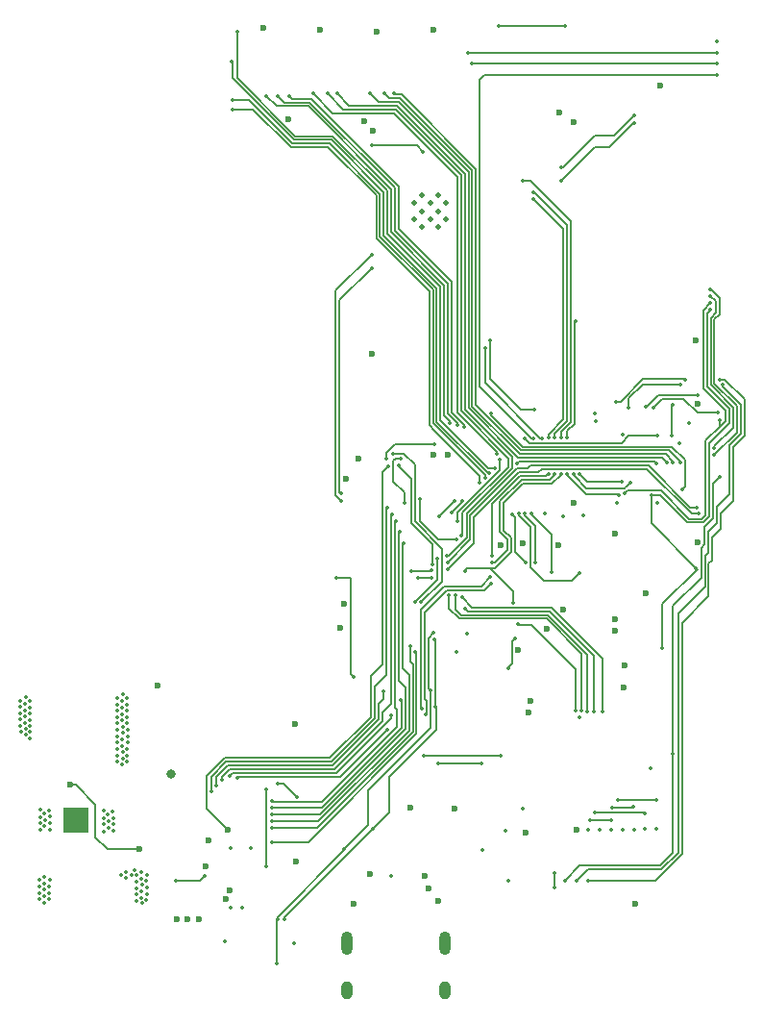
<source format=gbr>
%TF.GenerationSoftware,KiCad,Pcbnew,7.0.5*%
%TF.CreationDate,2023-12-19T13:48:19-08:00*%
%TF.ProjectId,EV11 Board Design,45563131-2042-46f6-9172-642044657369,EV9*%
%TF.SameCoordinates,Original*%
%TF.FileFunction,Copper,L4,Bot*%
%TF.FilePolarity,Positive*%
%FSLAX46Y46*%
G04 Gerber Fmt 4.6, Leading zero omitted, Abs format (unit mm)*
G04 Created by KiCad (PCBNEW 7.0.5) date 2023-12-19 13:48:19*
%MOMM*%
%LPD*%
G01*
G04 APERTURE LIST*
%TA.AperFunction,ComponentPad*%
%ADD10C,0.500000*%
%TD*%
%TA.AperFunction,ComponentPad*%
%ADD11O,1.000000X2.100000*%
%TD*%
%TA.AperFunction,ComponentPad*%
%ADD12O,1.000000X1.600000*%
%TD*%
%TA.AperFunction,ComponentPad*%
%ADD13C,0.600000*%
%TD*%
%TA.AperFunction,SMDPad,CuDef*%
%ADD14R,2.300000X2.300000*%
%TD*%
%TA.AperFunction,ViaPad*%
%ADD15C,0.600000*%
%TD*%
%TA.AperFunction,ViaPad*%
%ADD16C,0.350000*%
%TD*%
%TA.AperFunction,ViaPad*%
%ADD17C,0.800000*%
%TD*%
%TA.AperFunction,Conductor*%
%ADD18C,0.127000*%
%TD*%
%TA.AperFunction,Conductor*%
%ADD19C,0.250000*%
%TD*%
%TA.AperFunction,Conductor*%
%ADD20C,0.200000*%
%TD*%
G04 APERTURE END LIST*
D10*
%TO.P,U11,41*%
%TO.N,N/C*%
X151925000Y-74760000D03*
X151925000Y-76160000D03*
X152625000Y-74060000D03*
X152625000Y-75460000D03*
X152625000Y-76860000D03*
X153325000Y-74760000D03*
X153325000Y-76160000D03*
X154025000Y-74060000D03*
X154025000Y-75460000D03*
X154025000Y-76860000D03*
X154725000Y-74760000D03*
X154725000Y-76160000D03*
%TD*%
D11*
%TO.P,J9,S1,SHIELD*%
%TO.N,unconnected-(J9-SHIELD-PadS1)*%
X145967500Y-139916000D03*
D12*
X145967500Y-144096000D03*
D11*
X154607500Y-139916000D03*
D12*
X154607500Y-144096000D03*
%TD*%
D13*
%TO.P,U7,11,PGND*%
%TO.N,GND*%
X121640000Y-129610000D03*
X122640000Y-129610000D03*
D14*
X122140000Y-129111000D03*
D13*
X122140000Y-129110000D03*
X121640000Y-128610000D03*
X122640000Y-128610000D03*
%TD*%
D15*
%TO.N,+3.3VA*%
X169637500Y-112375000D03*
X163607500Y-112245000D03*
X170487500Y-115435000D03*
X161470000Y-104725500D03*
D16*
%TO.N,+3.3V*%
X165075500Y-102300000D03*
X156610000Y-112670000D03*
D15*
X164716000Y-66806500D03*
D16*
X173352000Y-101175500D03*
X161495000Y-128065000D03*
D15*
X148237000Y-68375000D03*
X161700000Y-130230000D03*
X162137500Y-118575000D03*
X155492500Y-128050000D03*
X148637500Y-59665000D03*
D16*
X166446962Y-120075538D03*
X163400000Y-102100000D03*
X160237500Y-134425000D03*
D15*
X166250000Y-129940000D03*
X138627500Y-59345000D03*
D16*
X167870000Y-93260000D03*
X135727878Y-136838556D03*
X135256250Y-139733750D03*
D15*
X176737000Y-86837500D03*
X143637500Y-59465000D03*
X145768287Y-110070000D03*
X153637500Y-59505000D03*
D16*
X176137500Y-94125000D03*
X166837500Y-102275000D03*
D15*
X145920000Y-99050000D03*
D16*
X169787500Y-101125000D03*
D15*
X153600000Y-96900000D03*
D16*
X136757500Y-136799500D03*
D15*
%TO.N,VBUS*%
X153197500Y-135115000D03*
X133760000Y-130910000D03*
X135280000Y-136025500D03*
D16*
X159987500Y-130025000D03*
D15*
X148060000Y-133860000D03*
D16*
%TO.N,GND*%
X127480000Y-135110000D03*
X119800000Y-129930000D03*
X117260000Y-121330000D03*
X126640000Y-123390000D03*
X119790000Y-128790000D03*
X118043167Y-119154346D03*
X126540000Y-134200000D03*
D15*
X133535000Y-133145000D03*
D16*
X118920000Y-134370000D03*
X119360000Y-135770000D03*
X137550000Y-131510000D03*
X119350000Y-128500000D03*
X126180000Y-118630000D03*
X124550000Y-130080000D03*
X124950000Y-129740000D03*
X167280000Y-129950000D03*
X125390000Y-130030000D03*
X126660000Y-122270000D03*
D15*
X135645000Y-135255000D03*
D16*
X125380000Y-129470000D03*
X127900000Y-135360000D03*
X149921225Y-133974500D03*
D15*
X131970000Y-137850000D03*
D16*
X118060000Y-120790000D03*
X117680000Y-118250000D03*
X124970000Y-129190000D03*
D15*
X169649706Y-111417206D03*
X146617500Y-136495000D03*
X131040000Y-137840000D03*
D16*
X124940000Y-128600000D03*
X125750000Y-120580000D03*
X119350000Y-135200000D03*
D15*
X162027997Y-119574503D03*
X132910000Y-137800000D03*
X151570500Y-127985023D03*
D16*
X126220000Y-118030000D03*
X119320000Y-136370000D03*
X118050000Y-118620000D03*
X119340000Y-134110000D03*
D15*
X169635000Y-103875000D03*
X148200000Y-88010000D03*
X170350000Y-117380000D03*
D16*
X126640000Y-118910000D03*
X125760000Y-118910000D03*
X118920000Y-134920000D03*
X167880000Y-93930000D03*
X117210000Y-120790000D03*
D17*
X130510000Y-125050000D03*
D16*
X126620000Y-120030000D03*
X128350000Y-135040000D03*
X119790000Y-129370000D03*
X117220000Y-119690000D03*
X125760000Y-118380000D03*
X125370000Y-128330000D03*
X126190000Y-119200000D03*
X125780000Y-122270000D03*
X141340000Y-139890000D03*
X126200000Y-121990000D03*
X125770000Y-123940000D03*
X126190000Y-124190000D03*
X119800000Y-134370000D03*
X128320000Y-134460000D03*
X118960000Y-129980000D03*
D15*
X171427500Y-136495000D03*
D16*
X119780000Y-134930000D03*
D15*
X154871898Y-96928102D03*
D16*
X118970000Y-129330000D03*
X170270000Y-95130000D03*
D15*
X140800000Y-67387500D03*
D16*
X125760000Y-119470000D03*
X157900000Y-131690000D03*
D15*
X141500000Y-132700000D03*
D16*
X126200000Y-119740000D03*
X117660000Y-120510000D03*
X126550000Y-133630000D03*
D15*
X164600000Y-104900000D03*
D16*
X172750000Y-124550000D03*
X127480000Y-135640000D03*
X135772500Y-131540000D03*
D15*
X176910000Y-104590000D03*
D16*
X126120000Y-133950000D03*
X126640000Y-122840000D03*
D15*
X145360000Y-112190000D03*
D16*
X118080000Y-119700000D03*
X117640000Y-118850000D03*
X126220000Y-123100000D03*
X127470000Y-134500000D03*
X178600000Y-60500000D03*
D15*
X159500000Y-104900000D03*
D16*
X155680000Y-114300000D03*
X118980000Y-128800000D03*
X125760000Y-123390000D03*
X126660000Y-121130000D03*
X126200000Y-120290000D03*
X126660000Y-121720000D03*
X127480000Y-136200000D03*
X125380000Y-128890000D03*
X127470000Y-133940000D03*
X127900000Y-134230000D03*
X125780000Y-121740000D03*
X127890000Y-133660000D03*
X127930000Y-136410000D03*
X127270181Y-133509622D03*
X117660000Y-119960000D03*
X117220000Y-118600000D03*
D15*
X165938378Y-101141541D03*
D16*
X125760000Y-121130000D03*
X127910000Y-135930000D03*
X124550000Y-128280000D03*
X126240000Y-121390000D03*
X125780000Y-122830000D03*
X118900000Y-136040000D03*
X119780000Y-128230000D03*
D15*
X165986000Y-67599500D03*
X147020000Y-97240000D03*
D16*
X117650000Y-119420000D03*
X124570000Y-128900000D03*
X126640000Y-118360000D03*
X119780000Y-135490000D03*
X119360000Y-129640000D03*
D15*
X147500000Y-67500000D03*
X154037500Y-136245000D03*
D16*
X126210000Y-122560000D03*
D15*
X161087500Y-114095000D03*
D16*
X126620000Y-119480000D03*
X117200000Y-120240000D03*
X127940000Y-134760000D03*
X118080000Y-120250000D03*
X128330000Y-136160000D03*
X118900000Y-135490000D03*
X126220000Y-120840000D03*
D15*
X141400000Y-120660000D03*
D16*
X125740000Y-120030000D03*
X128350000Y-135590000D03*
X118060000Y-121330000D03*
X175288000Y-95875000D03*
D15*
X176887000Y-92448000D03*
D16*
X119340000Y-134660000D03*
X126220000Y-123650000D03*
X118070000Y-121880000D03*
X119380000Y-129090000D03*
D15*
X172291250Y-109071250D03*
D16*
X117670000Y-121580000D03*
D15*
X152887500Y-134038000D03*
D16*
X118960000Y-128180000D03*
D15*
X165077500Y-110575000D03*
D16*
X117220000Y-119130000D03*
X126620000Y-123930000D03*
X117680000Y-121060000D03*
X128340000Y-133890000D03*
X119780000Y-136020000D03*
X124560000Y-129430000D03*
X126600000Y-120570000D03*
X127000000Y-133930000D03*
%TO.N,/UI_SDA*%
X139898537Y-137799296D03*
X153610000Y-112624500D03*
X145760000Y-131620000D03*
X153327000Y-117631830D03*
X139820000Y-141730000D03*
%TO.N,/UI_SCL*%
X140448035Y-137801426D03*
X148270000Y-129830000D03*
X153765000Y-119130000D03*
X153679500Y-113180000D03*
%TO.N,/MCLK*%
X166098551Y-119450538D03*
X161029141Y-111844115D03*
X164831735Y-98611500D03*
X173352000Y-95242000D03*
X160661571Y-109931547D03*
X156390000Y-107130000D03*
X161641014Y-95458986D03*
%TO.N,/MGMT_BOOT*%
X178010667Y-83563701D03*
X174730000Y-123240000D03*
X170490000Y-100288588D03*
X178871587Y-98879576D03*
X165220000Y-134400000D03*
X178872000Y-93860000D03*
%TO.N,/MGMT_NRST*%
X172787500Y-100500500D03*
X173758000Y-113970000D03*
X176762000Y-106939221D03*
X164260000Y-133770000D03*
X178016897Y-84176897D03*
X164247500Y-135035000D03*
X159382000Y-59174000D03*
X165224000Y-59174000D03*
%TO.N,/IN_3*%
X161671087Y-102118665D03*
X135862000Y-62300000D03*
X158557574Y-98553002D03*
X162600000Y-106370000D03*
%TO.N,/NET_RST*%
X164830735Y-95386155D03*
X161502000Y-72780000D03*
X148220000Y-69680000D03*
X152715713Y-70215713D03*
%TO.N,/UI_RST*%
X164282232Y-98611500D03*
X158800000Y-106400000D03*
%TO.N,/MIC_P*%
X160572349Y-102141084D03*
X160200000Y-115700000D03*
X161700000Y-106370000D03*
X135900000Y-66500000D03*
X157700000Y-99390000D03*
X160788620Y-113088620D03*
%TO.N,/LEDA_R*%
X174156692Y-97590822D03*
X148013000Y-65100000D03*
%TO.N,/DISP_BL*%
X150528713Y-97889287D03*
X153494000Y-106535401D03*
X169832000Y-127280000D03*
X173260000Y-127320000D03*
X173270000Y-129850000D03*
%TO.N,/DISP_RSTR*%
X172270000Y-129890000D03*
X167822000Y-128430000D03*
X172250000Y-128460000D03*
%TO.N,/LEDA_G*%
X174706194Y-97589729D03*
X149262000Y-65100000D03*
%TO.N,/BATTERY_MON*%
X130890000Y-134440000D03*
X138860000Y-133150000D03*
X133454477Y-134004477D03*
X138870000Y-126380000D03*
%TO.N,/LEDA_B*%
X150100000Y-65100000D03*
X175331261Y-97595369D03*
%TO.N,/KB_COL3*%
X149559500Y-121104643D03*
X152889000Y-119800000D03*
X158669821Y-108279606D03*
X136300000Y-125365000D03*
%TO.N,/KB_COL4*%
X158640000Y-107690000D03*
X152562000Y-119259001D03*
%TO.N,/DISP_DC*%
X169380000Y-127992000D03*
X171270000Y-129910000D03*
X171210000Y-127950000D03*
%TO.N,/DISP_CS*%
X150717552Y-97258000D03*
X170270000Y-129930000D03*
X151070993Y-101179806D03*
%TO.N,/DISP_SPI_SCK*%
X169270000Y-129080000D03*
X167380000Y-129070000D03*
X169260000Y-129930000D03*
%TO.N,/DISP_SPI_MOSI*%
X168260000Y-129920000D03*
%TO.N,/KB_MIC*%
X149642000Y-97942056D03*
D15*
X135489500Y-129976409D03*
D16*
%TO.N,/KB_ROW5*%
X139370000Y-129196376D03*
X150995000Y-104750000D03*
%TO.N,/KB_ROW1*%
X134068500Y-126520000D03*
X149580000Y-101568500D03*
%TO.N,/KB_ROW2*%
X134958357Y-125520403D03*
X149982500Y-102190000D03*
%TO.N,/KB_ROW3*%
X150309500Y-102802327D03*
X139392170Y-127417900D03*
%TO.N,/KB_ROW4*%
X150668000Y-103690000D03*
X139357658Y-128557659D03*
%TO.N,/KB_ROW6*%
X151580000Y-113790000D03*
X139381599Y-129745756D03*
%TO.N,/KB_ROW7*%
X152022000Y-114280000D03*
X139410000Y-131030000D03*
%TO.N,/LEDB_R*%
X158725963Y-93294037D03*
X155077969Y-94122031D03*
X175513000Y-99975500D03*
X138900000Y-65300000D03*
%TO.N,/LEDB_G*%
X155709193Y-94290807D03*
X139900000Y-65300000D03*
%TO.N,/LEDB_B*%
X156340417Y-94459583D03*
X140900000Y-65300000D03*
%TO.N,/HP_R*%
X166440000Y-107330000D03*
X135900000Y-65700000D03*
X158151913Y-98958661D03*
X161121624Y-102125270D03*
%TO.N,/HP_L*%
X158995574Y-98115000D03*
X162220587Y-102120504D03*
X164000000Y-107280000D03*
X136300000Y-59700000D03*
%TO.N,/KB_COL5*%
X150704500Y-118500000D03*
X139386802Y-127967376D03*
%TO.N,/KB_COL2*%
X149879287Y-119841287D03*
X135639579Y-125209580D03*
%TO.N,/BTN_RST*%
X169910000Y-100460000D03*
X165381153Y-98619980D03*
X162411521Y-95446854D03*
X178600000Y-63500000D03*
%TO.N,/BTN_UI*%
X166490792Y-98611500D03*
X170220000Y-99295000D03*
X178600000Y-62500000D03*
X157026000Y-62500000D03*
X162428390Y-73842547D03*
X164281530Y-95404228D03*
%TO.N,/BTN_NET*%
X165930655Y-98620082D03*
X163732378Y-95423844D03*
X170932213Y-99387787D03*
X178600000Y-61500000D03*
X156638000Y-61500000D03*
X162430865Y-74392044D03*
%TO.N,/KB_COL1*%
X149230000Y-117760000D03*
X134500000Y-126080000D03*
D15*
%TO.N,Net-(J5-Pin_1)*%
X121640000Y-125940000D03*
X173590000Y-64430000D03*
X129320000Y-117270000D03*
X127680500Y-131640000D03*
D16*
%TO.N,Net-(U1-PA12)*%
X139882839Y-125887400D03*
X145040000Y-107720000D03*
X141590000Y-127038000D03*
X146561580Y-116444229D03*
%TO.N,/UI_STAT*%
X173280192Y-97650000D03*
X160965000Y-97690000D03*
X155745287Y-102805287D03*
X159456547Y-97337121D03*
%TO.N,/UI_BOOT*%
X152541919Y-109905499D03*
X150090000Y-96820000D03*
X158152000Y-87530000D03*
X163183619Y-95446500D03*
%TO.N,/UI_LED_B*%
X151992417Y-109905988D03*
X145100000Y-65100000D03*
X153932000Y-106080000D03*
X154808861Y-105833361D03*
%TO.N,/NET_STAT*%
X174725500Y-92515962D03*
X158600000Y-86880000D03*
X162520000Y-92920000D03*
X174622000Y-95242000D03*
%TO.N,/UI_LED_G*%
X156100000Y-104050000D03*
X144262000Y-65120000D03*
%TO.N,/UI_TX1_MGMT*%
X153477610Y-107730872D03*
X154845500Y-107034396D03*
X152237350Y-107721367D03*
X177010000Y-102120000D03*
%TO.N,/UI_RX1_MGMT*%
X153478110Y-107084656D03*
X176780000Y-101550000D03*
X154845500Y-106415607D03*
X151690287Y-107199713D03*
%TO.N,/NET_BOOT*%
X166143500Y-85150000D03*
X165380000Y-95370000D03*
%TO.N,/UI_LED_R*%
X159196641Y-96853359D03*
X158800000Y-105800000D03*
X143013000Y-65120000D03*
X163732729Y-98611500D03*
%TO.N,/MGMT_SWDIO*%
X175390000Y-90700000D03*
X179111171Y-90764400D03*
X170807500Y-92787000D03*
X166237500Y-134405000D03*
%TO.N,/MGMT_SWCLK*%
X175823751Y-90342000D03*
X178809000Y-90305620D03*
X167267500Y-134405000D03*
X169700000Y-92230500D03*
%TO.N,/I2S_DACLRC*%
X155578859Y-109295000D03*
X167192939Y-119538388D03*
X155662000Y-104400500D03*
X152413000Y-100852306D03*
%TO.N,/BOOT1*%
X153662000Y-96000000D03*
X149430000Y-97270000D03*
%TO.N,/I2S_BCLK*%
X154959979Y-109295000D03*
X166647709Y-119469995D03*
%TO.N,/I2S_ADCDAT*%
X168527500Y-119515000D03*
X156120000Y-109490000D03*
%TO.N,/I2S_DACDAT*%
X167741086Y-119499818D03*
X156399308Y-110443192D03*
%TO.N,/USB_TX1_MGMT*%
X152762500Y-123460000D03*
X172336000Y-92702000D03*
X176908000Y-91686000D03*
X159527500Y-123417000D03*
%TO.N,/USB_RX1_MGMT*%
X178683000Y-93210000D03*
X154040000Y-124090000D03*
X172972781Y-92789278D03*
X157820147Y-124091853D03*
%TO.N,/UI_TX2_NET*%
X155190000Y-102000000D03*
X148160000Y-80470000D03*
X156150287Y-100960287D03*
X145455697Y-100336271D03*
%TO.N,/NET_TX1_MGMT*%
X178367156Y-96290000D03*
X171300140Y-66995087D03*
X178012471Y-82942471D03*
X164890000Y-71610000D03*
%TO.N,/NET_RX1_MGMT*%
X177955000Y-82340000D03*
X164900000Y-72800000D03*
X178367156Y-96929354D03*
X171320000Y-67680000D03*
%TO.N,/UI_RX2_NET*%
X148190000Y-79300000D03*
X145450000Y-100950000D03*
X155509403Y-100944932D03*
X154128152Y-102321848D03*
%TD*%
D18*
%TO.N,/UI_SDA*%
X153164000Y-117468830D02*
X153164000Y-113070500D01*
X145760000Y-131751118D02*
X139898537Y-137612581D01*
X147831500Y-126438500D02*
X153327000Y-120943000D01*
X153327000Y-120943000D02*
X153327000Y-117631830D01*
X145760000Y-131620000D02*
X145760000Y-131751118D01*
X147831500Y-129548500D02*
X147831500Y-126438500D01*
X139820000Y-137877833D02*
X139898537Y-137799296D01*
X139820000Y-141730000D02*
X139820000Y-137877833D01*
X145760000Y-131620000D02*
X147831500Y-129548500D01*
X153164000Y-113070500D02*
X153610000Y-112624500D01*
X139898537Y-137612581D02*
X139898537Y-137799296D01*
X153327000Y-117631830D02*
X153164000Y-117468830D01*
%TO.N,/UI_SCL*%
X148270000Y-129830000D02*
X148270000Y-129859983D01*
X153876000Y-119241000D02*
X153765000Y-119130000D01*
X148270000Y-129859983D02*
X140448035Y-137681948D01*
X153679500Y-113180000D02*
X153765000Y-113265500D01*
X149699500Y-125283075D02*
X153876000Y-121106576D01*
X153765000Y-113265500D02*
X153765000Y-119130000D01*
X149699500Y-128220500D02*
X149699500Y-125283075D01*
X140448035Y-137681948D02*
X140448035Y-137801426D01*
X148270000Y-129830000D02*
X149700000Y-128400000D01*
X149700000Y-128221000D02*
X149699500Y-128220500D01*
X153876000Y-121106576D02*
X153876000Y-119241000D01*
X149700000Y-128400000D02*
X149700000Y-128221000D01*
%TO.N,/MCLK*%
X158589500Y-106909500D02*
X158283000Y-106909500D01*
X159807000Y-103594552D02*
X160427000Y-104214552D01*
X162204995Y-111900047D02*
X166098551Y-115793603D01*
X161641014Y-95458986D02*
X162066528Y-95884500D01*
X170169500Y-95884500D02*
X170812000Y-95242000D01*
X164831735Y-98611500D02*
X164831735Y-98682130D01*
X156610500Y-106909500D02*
X158283000Y-106909500D01*
X160427000Y-104214552D02*
X160427000Y-105475500D01*
X166098551Y-115793603D02*
X166098551Y-119450538D01*
X159807000Y-101160136D02*
X159807000Y-103594552D01*
X161509136Y-99458000D02*
X159807000Y-101160136D01*
X160661571Y-109931547D02*
X160661571Y-108981571D01*
X164055865Y-99458000D02*
X161509136Y-99458000D01*
X160661571Y-108981571D02*
X158589500Y-106909500D01*
X158993000Y-106909500D02*
X158283000Y-106909500D01*
X156390000Y-107130000D02*
X156610500Y-106909500D01*
X170812000Y-95242000D02*
X173352000Y-95242000D01*
X162066528Y-95884500D02*
X170169500Y-95884500D01*
X164831735Y-98682130D02*
X164055865Y-99458000D01*
X160427000Y-105475500D02*
X158993000Y-106909500D01*
X161029141Y-111844115D02*
X161085073Y-111900047D01*
X161085073Y-111900047D02*
X162204995Y-111900047D01*
%TO.N,/MGMT_BOOT*%
X177470000Y-104353090D02*
X177470000Y-103284896D01*
X177473500Y-104823410D02*
X177473500Y-104356590D01*
X177200500Y-107749500D02*
X177200500Y-105096410D01*
X178256156Y-99495007D02*
X178871587Y-98879576D01*
X174730000Y-123240000D02*
X174720000Y-123230000D01*
X174730000Y-131947344D02*
X174730000Y-123240000D01*
X179365000Y-93918350D02*
X178881675Y-94401675D01*
X177602156Y-102227844D02*
X177602156Y-95681194D01*
X165220000Y-134400000D02*
X166514000Y-133106000D01*
X174720000Y-110230000D02*
X177200500Y-107749500D01*
X178256156Y-102498740D02*
X178256156Y-99495007D01*
X178010667Y-83563701D02*
X177389500Y-84184868D01*
X170718588Y-100060000D02*
X173636187Y-100060000D01*
X177602156Y-95681194D02*
X178881675Y-94401675D01*
X176134687Y-102558500D02*
X177271500Y-102558500D01*
X178872000Y-93860000D02*
X178872000Y-94392000D01*
X178872000Y-94392000D02*
X178881675Y-94401675D01*
X177271500Y-102558500D02*
X177602156Y-102227844D01*
X177389500Y-84184868D02*
X177389500Y-91049500D01*
X173571344Y-133106000D02*
X174730000Y-131947344D01*
X170490000Y-100288588D02*
X170718588Y-100060000D01*
X177389500Y-91049500D02*
X179365000Y-93025000D01*
X173636187Y-100060000D02*
X176134687Y-102558500D01*
X177470000Y-103284896D02*
X178256156Y-102498740D01*
X174720000Y-123230000D02*
X174720000Y-110230000D01*
X166514000Y-133106000D02*
X173571344Y-133106000D01*
X177200500Y-105096410D02*
X177473500Y-104823410D01*
X177473500Y-104356590D02*
X177470000Y-104353090D01*
X179365000Y-93025000D02*
X179365000Y-93918350D01*
%TO.N,/MGMT_NRST*%
X165224000Y-59174000D02*
X159382000Y-59174000D01*
X178020000Y-84180000D02*
X177722705Y-84477295D01*
X177716500Y-84477295D02*
X177716500Y-90914052D01*
X176582230Y-106759451D02*
X172787500Y-102964721D01*
X164260000Y-133770000D02*
X164247500Y-133782500D01*
X176582230Y-106759451D02*
X176762000Y-106939221D01*
X172787500Y-102964721D02*
X172787500Y-100500500D01*
X173758000Y-113970000D02*
X173758000Y-110082000D01*
X164247500Y-133782500D02*
X164247500Y-135035000D01*
X179692000Y-92889552D02*
X179692000Y-94168000D01*
X177406948Y-102885500D02*
X175999239Y-102885500D01*
X173758000Y-110082000D02*
X176860000Y-106980000D01*
X177716500Y-90914052D02*
X179692000Y-92889552D01*
D19*
X176762000Y-106939221D02*
X176762000Y-106888000D01*
D18*
X177929156Y-95930844D02*
X177929156Y-102363292D01*
X177722705Y-84477295D02*
X177716500Y-84477295D01*
X177929156Y-102363292D02*
X177406948Y-102885500D01*
X175999239Y-102885500D02*
X173614239Y-100500500D01*
X178016897Y-84176897D02*
X178020000Y-84180000D01*
X179692000Y-94168000D02*
X177929156Y-95930844D01*
X173614239Y-100500500D02*
X172787500Y-100500500D01*
%TO.N,/IN_3*%
X162590000Y-103150133D02*
X162590000Y-106360000D01*
X135900000Y-63762448D02*
X135900000Y-62338000D01*
X162590000Y-106360000D02*
X162600000Y-106370000D01*
X161671087Y-102231220D02*
X162590000Y-103150133D01*
X161671087Y-102118665D02*
X161671087Y-102231220D01*
X144607314Y-69184239D02*
X141321791Y-69184239D01*
X158426359Y-98553002D02*
X153903000Y-94029643D01*
X141321791Y-69184239D02*
X135900000Y-63762448D01*
X135900000Y-62338000D02*
X135862000Y-62300000D01*
X153903000Y-94029643D02*
X153903000Y-82252792D01*
X149226000Y-73802925D02*
X144607314Y-69184239D01*
X153903000Y-82252792D02*
X149226000Y-77575792D01*
X149226000Y-77575792D02*
X149226000Y-73802925D01*
X158557574Y-98553002D02*
X158426359Y-98553002D01*
%TO.N,/NET_RST*%
X165705500Y-76315500D02*
X162180000Y-72790000D01*
X164830735Y-94931713D02*
X165705500Y-94056948D01*
X152140000Y-69640000D02*
X152715713Y-70215713D01*
X161512000Y-72790000D02*
X161502000Y-72780000D01*
X162180000Y-72790000D02*
X161512000Y-72790000D01*
X148220000Y-69680000D02*
X148260000Y-69640000D01*
X165705500Y-94056948D02*
X165705500Y-76315500D01*
X148260000Y-69640000D02*
X152140000Y-69640000D01*
X164830735Y-95386155D02*
X164830735Y-94931713D01*
%TO.N,/UI_RST*%
X164282232Y-98611500D02*
X164282232Y-98682130D01*
X160100000Y-105340052D02*
X159040052Y-106400000D01*
X163833362Y-99131000D02*
X161373688Y-99131000D01*
X159480000Y-103730000D02*
X160100000Y-104350000D01*
X160100000Y-104350000D02*
X160100000Y-105340052D01*
X159480000Y-101024688D02*
X159480000Y-103730000D01*
X161373688Y-99131000D02*
X159480000Y-101024688D01*
X159040052Y-106400000D02*
X158800000Y-106400000D01*
X164282232Y-98682130D02*
X163833362Y-99131000D01*
%TO.N,/MIC_P*%
X157700000Y-99390000D02*
X157714332Y-99375668D01*
X153249000Y-94300539D02*
X153724231Y-94775769D01*
X137712656Y-66500000D02*
X141050895Y-69838239D01*
X161700000Y-106370000D02*
X160780000Y-105450000D01*
X153249000Y-84200000D02*
X153249000Y-94300539D01*
X153249000Y-82523688D02*
X153249000Y-84200000D01*
X135900000Y-66500000D02*
X137712656Y-66500000D01*
X160780000Y-105450000D02*
X160780000Y-102403779D01*
X157714332Y-98765870D02*
X153724231Y-94775769D01*
X160572349Y-102196128D02*
X160572349Y-102141084D01*
X153724231Y-94775769D02*
X153769961Y-94821500D01*
X148572000Y-77846688D02*
X153249000Y-82523688D01*
X160200000Y-115600000D02*
X160200000Y-115700000D01*
X157714332Y-99375668D02*
X157714332Y-98765870D01*
X160524000Y-113353240D02*
X160524000Y-115276000D01*
X160780000Y-102403779D02*
X160572349Y-102196128D01*
X160788620Y-113088620D02*
X160524000Y-113353240D01*
X160524000Y-115276000D02*
X160200000Y-115600000D01*
X144336418Y-69838239D02*
X148572000Y-74073821D01*
X148572000Y-74073821D02*
X148572000Y-77846688D01*
X141050895Y-69838239D02*
X144336418Y-69838239D01*
%TO.N,/LEDA_R*%
X150540604Y-65865500D02*
X148778500Y-65865500D01*
X174156692Y-97590822D02*
X174156692Y-97556692D01*
X161080104Y-97192500D02*
X156699000Y-92811396D01*
X174156692Y-97556692D02*
X173792500Y-97192500D01*
X156699000Y-92811396D02*
X156699000Y-72023896D01*
X156699000Y-72023896D02*
X150540604Y-65865500D01*
X148778500Y-65865500D02*
X148013000Y-65100000D01*
X173792500Y-97192500D02*
X161080104Y-97192500D01*
%TO.N,/DISP_BL*%
X150528713Y-97889287D02*
X150528713Y-97908713D01*
X150528713Y-97908713D02*
X151638520Y-99018520D01*
X151638520Y-99018520D02*
X151638520Y-102938520D01*
X153494000Y-104794000D02*
X153494000Y-106535401D01*
X151638520Y-102938520D02*
X153494000Y-104794000D01*
X169832000Y-127280000D02*
X173220000Y-127280000D01*
X173220000Y-127280000D02*
X173260000Y-127320000D01*
%TO.N,/DISP_RSTR*%
X167822000Y-128430000D02*
X172220000Y-128430000D01*
X172220000Y-128430000D02*
X172250000Y-128460000D01*
%TO.N,/LEDA_G*%
X157026000Y-71888448D02*
X150676052Y-65538500D01*
X174706194Y-97506194D02*
X174065500Y-96865500D01*
X150676052Y-65538500D02*
X149700500Y-65538500D01*
X161215552Y-96865500D02*
X157026000Y-92675948D01*
X174706194Y-97589729D02*
X174706194Y-97506194D01*
X157026000Y-92675948D02*
X157026000Y-71888448D01*
X149700500Y-65538500D02*
X149262000Y-65100000D01*
X174065500Y-96865500D02*
X161215552Y-96865500D01*
D20*
%TO.N,/BATTERY_MON*%
X133018954Y-134440000D02*
X133454477Y-134004477D01*
X130890000Y-134440000D02*
X133018954Y-134440000D01*
D18*
X138860000Y-133150000D02*
X138870000Y-133140000D01*
X138870000Y-133140000D02*
X138870000Y-126380000D01*
%TO.N,/LEDA_B*%
X157353000Y-71753000D02*
X150811500Y-65211500D01*
X150211500Y-65211500D02*
X150100000Y-65100000D01*
X150811500Y-65211500D02*
X150211500Y-65211500D01*
X157353000Y-92540500D02*
X157353000Y-71753000D01*
X174338500Y-96538500D02*
X161351000Y-96538500D01*
X175331261Y-97531261D02*
X174338500Y-96538500D01*
X175331261Y-97595369D02*
X175331261Y-97531261D01*
X161351000Y-96538500D02*
X157353000Y-92540500D01*
%TO.N,/KB_COL3*%
X152837000Y-118454433D02*
X153000000Y-118617433D01*
X158092927Y-108856500D02*
X154778346Y-108856500D01*
X149525357Y-121104643D02*
X149559500Y-121104643D01*
X153000000Y-118617433D02*
X153000000Y-119689000D01*
X154778346Y-108856500D02*
X152837000Y-110797846D01*
X152837000Y-110797846D02*
X152837000Y-118454433D01*
X153000000Y-119689000D02*
X152889000Y-119800000D01*
X158669821Y-108279606D02*
X158092927Y-108856500D01*
X136411000Y-125254000D02*
X145376000Y-125254000D01*
X136300000Y-125365000D02*
X136411000Y-125254000D01*
X145376000Y-125254000D02*
X149525357Y-121104643D01*
%TO.N,/KB_COL4*%
X152510000Y-119207001D02*
X152562000Y-119259001D01*
X152510000Y-110556844D02*
X152510000Y-119207001D01*
X154546844Y-108520000D02*
X152510000Y-110556844D01*
X157810000Y-108520000D02*
X154546844Y-108520000D01*
X158640000Y-107690000D02*
X157810000Y-108520000D01*
%TO.N,/DISP_DC*%
X169380000Y-127992000D02*
X171168000Y-127992000D01*
X171168000Y-127992000D02*
X171210000Y-127950000D01*
%TO.N,/DISP_CS*%
X150282000Y-97258000D02*
X150080000Y-97460000D01*
X150717552Y-97258000D02*
X150282000Y-97258000D01*
X151070993Y-100240993D02*
X151070993Y-101179806D01*
X150080000Y-99250000D02*
X151070993Y-100240993D01*
X150080000Y-97460000D02*
X150080000Y-99250000D01*
%TO.N,/DISP_SPI_SCK*%
X167380000Y-129070000D02*
X169260000Y-129070000D01*
X169260000Y-129070000D02*
X169270000Y-129080000D01*
%TO.N,/KB_MIC*%
X133630500Y-128117409D02*
X135489500Y-129976409D01*
X149141500Y-115378500D02*
X148098578Y-116421422D01*
X149642000Y-97942056D02*
X149141500Y-98442556D01*
X144482857Y-123619000D02*
X135223389Y-123619000D01*
X135223389Y-123619000D02*
X133630500Y-125211889D01*
X133630500Y-125211889D02*
X133630500Y-128117409D01*
X149141500Y-98442556D02*
X149141500Y-115378500D01*
X148098578Y-120003279D02*
X144482857Y-123619000D01*
X148098578Y-116421422D02*
X148098578Y-120003279D01*
%TO.N,/KB_ROW5*%
X151469500Y-121200836D02*
X143473960Y-129196376D01*
X150930000Y-104815000D02*
X150930000Y-115750000D01*
X150995000Y-104750000D02*
X150930000Y-104815000D01*
X150930000Y-115750000D02*
X151469500Y-116289500D01*
X151469500Y-116289500D02*
X151469500Y-121200836D01*
X143473960Y-129196376D02*
X139370000Y-129196376D01*
%TO.N,/KB_ROW1*%
X135358837Y-123946000D02*
X144618305Y-123946000D01*
X149500000Y-116290000D02*
X149500000Y-101648500D01*
X148425578Y-117364422D02*
X149500000Y-116290000D01*
X144618305Y-123946000D02*
X148425578Y-120138727D01*
X134053360Y-126504860D02*
X134053360Y-125251477D01*
X149500000Y-101648500D02*
X149580000Y-101568500D01*
X134068500Y-126520000D02*
X134053360Y-126504860D01*
X134053360Y-125251477D02*
X135358837Y-123946000D01*
X148425578Y-120138727D02*
X148425578Y-117364422D01*
%TO.N,/KB_ROW2*%
X149871500Y-118828500D02*
X149871500Y-102301000D01*
X149121500Y-119578500D02*
X149871500Y-118828500D01*
X134958357Y-125520403D02*
X134958357Y-125271376D01*
X149121500Y-120367701D02*
X149121500Y-119578500D01*
X144889201Y-124600000D02*
X149121500Y-120367701D01*
X149871500Y-102301000D02*
X149982500Y-102190000D01*
X134958357Y-125271376D02*
X135629733Y-124600000D01*
X135629733Y-124600000D02*
X144889201Y-124600000D01*
%TO.N,/KB_ROW3*%
X139464270Y-127490000D02*
X139392170Y-127417900D01*
X150230000Y-119150000D02*
X150400000Y-119320000D01*
X150400000Y-120882992D02*
X143792992Y-127490000D01*
X150309500Y-102802327D02*
X150230000Y-102881827D01*
X150230000Y-102881827D02*
X150230000Y-119150000D01*
X150400000Y-119320000D02*
X150400000Y-120882992D01*
X143792992Y-127490000D02*
X139464270Y-127490000D01*
%TO.N,/KB_ROW4*%
X143650229Y-128557659D02*
X139357658Y-128557659D01*
X150668000Y-103690000D02*
X150557000Y-103801000D01*
X151142500Y-121065388D02*
X143650229Y-128557659D01*
X151142500Y-117442500D02*
X151142500Y-121065388D01*
X150557000Y-103801000D02*
X150557000Y-116857000D01*
X150557000Y-116857000D02*
X151142500Y-117442500D01*
%TO.N,/KB_ROW6*%
X151580000Y-114094867D02*
X151583500Y-114098367D01*
X151796500Y-121336284D02*
X143372784Y-129760000D01*
X151583500Y-115143500D02*
X151796500Y-115356500D01*
X151796500Y-115356500D02*
X151796500Y-121336284D01*
X151580000Y-113790000D02*
X151580000Y-114094867D01*
X143372784Y-129760000D02*
X139395843Y-129760000D01*
X151583500Y-114098367D02*
X151583500Y-115143500D01*
X139395843Y-129760000D02*
X139381599Y-129745756D01*
%TO.N,/KB_ROW7*%
X139410000Y-131030000D02*
X142565232Y-131030000D01*
X152123500Y-114381500D02*
X152022000Y-114280000D01*
X142565232Y-131030000D02*
X152123500Y-121471732D01*
X152123500Y-121471732D02*
X152123500Y-114381500D01*
%TO.N,/LEDB_R*%
X155077969Y-93965053D02*
X154557000Y-93444084D01*
X149880000Y-73532029D02*
X142574971Y-66227000D01*
X174614000Y-96211500D02*
X175769261Y-97366761D01*
X158725963Y-93451015D02*
X161486448Y-96211500D01*
X139827000Y-66227000D02*
X138900000Y-65300000D01*
X175769261Y-99719239D02*
X175513000Y-99975500D01*
X161486448Y-96211500D02*
X174614000Y-96211500D01*
X154557000Y-93444084D02*
X154557000Y-81981896D01*
X154557000Y-81981896D02*
X149880000Y-77304896D01*
X158725963Y-93294037D02*
X158725963Y-93451015D01*
X175769261Y-97366761D02*
X175769261Y-99719239D01*
X155077969Y-94122031D02*
X155077969Y-93965053D01*
X142574971Y-66227000D02*
X139827000Y-66227000D01*
X149880000Y-77304896D02*
X149880000Y-73532029D01*
%TO.N,/LEDB_G*%
X150207000Y-73396581D02*
X142710419Y-65900000D01*
X142710419Y-65900000D02*
X140500000Y-65900000D01*
X154884000Y-81846448D02*
X150207000Y-77169448D01*
X155709193Y-94133829D02*
X154884000Y-93308636D01*
X140500000Y-65900000D02*
X139900000Y-65300000D01*
X154884000Y-93308636D02*
X154884000Y-81846448D01*
X150207000Y-77169448D02*
X150207000Y-73396581D01*
X155709193Y-94290807D02*
X155709193Y-94133829D01*
%TO.N,/LEDB_B*%
X150534000Y-73261133D02*
X142845867Y-65573000D01*
X156340417Y-94459583D02*
X156340417Y-94302605D01*
X142845867Y-65573000D02*
X141173000Y-65573000D01*
X156340417Y-94302605D02*
X155211000Y-93173188D01*
X141173000Y-65573000D02*
X140900000Y-65300000D01*
X155211000Y-93173188D02*
X155211000Y-81711000D01*
X150534000Y-77034000D02*
X150534000Y-73261133D01*
X155211000Y-81711000D02*
X150534000Y-77034000D01*
%TO.N,/HP_R*%
X166450000Y-107320000D02*
X166440000Y-107330000D01*
X137375104Y-65700000D02*
X135900000Y-65700000D01*
X158151913Y-98741004D02*
X153576000Y-94165091D01*
X162161500Y-106821500D02*
X163320000Y-107980000D01*
X158151913Y-98958661D02*
X158151913Y-98741004D01*
X153576000Y-94165091D02*
X153576000Y-82388240D01*
X165810000Y-107980000D02*
X166470000Y-107320000D01*
X166470000Y-107320000D02*
X166450000Y-107320000D01*
X153576000Y-82388240D02*
X148899000Y-77711240D01*
X148899000Y-77711240D02*
X148899000Y-73938373D01*
X148899000Y-73938373D02*
X144471866Y-69511239D01*
X162161500Y-103260257D02*
X162161500Y-106821500D01*
X141186343Y-69511239D02*
X137375104Y-65700000D01*
X161121624Y-102125270D02*
X161121624Y-102220381D01*
X144471866Y-69511239D02*
X141186343Y-69511239D01*
X163320000Y-107980000D02*
X165810000Y-107980000D01*
X161121624Y-102220381D02*
X162161500Y-103260257D01*
%TO.N,/HP_L*%
X149553000Y-77440344D02*
X149553000Y-73667477D01*
X154230000Y-93894195D02*
X154230000Y-82117344D01*
X144742762Y-68857239D02*
X141457239Y-68857239D01*
X162262000Y-102161917D02*
X162262000Y-102192000D01*
X158995574Y-98115000D02*
X158450805Y-98115000D01*
X136300000Y-63700000D02*
X136300000Y-59700000D01*
X149553000Y-73667477D02*
X144742762Y-68857239D01*
X164000000Y-103930000D02*
X164000000Y-107280000D01*
X154230000Y-82117344D02*
X149553000Y-77440344D01*
X162220587Y-102120504D02*
X162262000Y-102161917D01*
X158450805Y-98115000D02*
X154230000Y-93894195D01*
X141457239Y-68857239D02*
X136300000Y-63700000D01*
X162262000Y-102192000D02*
X164000000Y-103930000D01*
%TO.N,/KB_COL5*%
X139389426Y-127970000D02*
X139386802Y-127967376D01*
X143775440Y-127970000D02*
X139389426Y-127970000D01*
X150704500Y-118500000D02*
X150815500Y-118611000D01*
X150815500Y-120929940D02*
X143775440Y-127970000D01*
X150815500Y-118611000D02*
X150815500Y-120929940D01*
%TO.N,/KB_COL2*%
X149879287Y-120140713D02*
X149879287Y-119841287D01*
X135922159Y-124927000D02*
X145093000Y-124927000D01*
X135639579Y-125209580D02*
X135922159Y-124927000D01*
X145093000Y-124927000D02*
X149879287Y-120140713D01*
%TO.N,/BTN_RST*%
X169860000Y-100410000D02*
X167100440Y-100410000D01*
X165492155Y-98730982D02*
X165381153Y-98619980D01*
X165492155Y-98801715D02*
X165492155Y-98730982D01*
X178600000Y-63500000D02*
X158090000Y-63500000D01*
X157680000Y-63910000D02*
X157680000Y-90878544D01*
X158090000Y-63500000D02*
X157680000Y-63910000D01*
X162248310Y-95446854D02*
X162411521Y-95446854D01*
X169910000Y-100460000D02*
X169860000Y-100410000D01*
X157680000Y-90878544D02*
X162248310Y-95446854D01*
X167100440Y-100410000D02*
X165492155Y-98801715D01*
%TO.N,/BTN_UI*%
X164281530Y-95404228D02*
X164281530Y-95018470D01*
X165378500Y-76698500D02*
X162522547Y-73842547D01*
X166661500Y-98782208D02*
X166661500Y-98793133D01*
X166661500Y-98793133D02*
X167168367Y-99300000D01*
X165378500Y-93921500D02*
X165378500Y-76698500D01*
X178600000Y-62500000D02*
X157026000Y-62500000D01*
X167168367Y-99300000D02*
X170215000Y-99300000D01*
X164281530Y-95018470D02*
X165378500Y-93921500D01*
X166490792Y-98611500D02*
X166661500Y-98782208D01*
X170215000Y-99300000D02*
X170220000Y-99295000D01*
X162522547Y-73842547D02*
X162428390Y-73842547D01*
%TO.N,/BTN_NET*%
X162430865Y-74420865D02*
X162430865Y-74392044D01*
X165051500Y-77041500D02*
X162430865Y-74420865D01*
X170466052Y-99850088D02*
X167109247Y-99850088D01*
X166052292Y-98741719D02*
X165930655Y-98620082D01*
X170932213Y-99387787D02*
X170587000Y-99733000D01*
X163732378Y-95105174D02*
X165051500Y-93786052D01*
X165051500Y-93786052D02*
X165051500Y-77041500D01*
X167109247Y-99850088D02*
X166052292Y-98793133D01*
X178600000Y-61500000D02*
X156638000Y-61500000D01*
X170587000Y-99733000D02*
X170583140Y-99733000D01*
X170583140Y-99733000D02*
X170466052Y-99850088D01*
X166052292Y-98793133D02*
X166052292Y-98741719D01*
X163732378Y-95423844D02*
X163732378Y-95105174D01*
%TO.N,/KB_COL1*%
X149230000Y-118430000D02*
X149230000Y-117760000D01*
X148794500Y-118865500D02*
X149230000Y-118430000D01*
X144753753Y-124273000D02*
X148794500Y-120232253D01*
X135494285Y-124273000D02*
X144753753Y-124273000D01*
X148794500Y-120232253D02*
X148794500Y-118865500D01*
X134500000Y-126080000D02*
X134500000Y-125267285D01*
X134500000Y-125267285D02*
X135494285Y-124273000D01*
D20*
%TO.N,Net-(J5-Pin_1)*%
X127680500Y-131640000D02*
X124900000Y-131640000D01*
X123840000Y-127700000D02*
X122080000Y-125940000D01*
X124900000Y-131640000D02*
X123840000Y-130580000D01*
X123840000Y-130580000D02*
X123840000Y-127700000D01*
X122080000Y-125940000D02*
X121640000Y-125940000D01*
D18*
%TO.N,Net-(U1-PA12)*%
X146340000Y-116222649D02*
X146340000Y-114000000D01*
X146340000Y-114000000D02*
X146331287Y-113991287D01*
X146220000Y-107720000D02*
X145040000Y-107720000D01*
X146331287Y-107831287D02*
X146220000Y-107720000D01*
X141585720Y-127038000D02*
X140435120Y-125887400D01*
X146561580Y-116444229D02*
X146340000Y-116222649D01*
X141590000Y-127038000D02*
X141585720Y-127038000D01*
X140435120Y-125887400D02*
X139882839Y-125887400D01*
X146331287Y-113991287D02*
X146331287Y-107831287D01*
%TO.N,/UI_STAT*%
X159456547Y-98273453D02*
X155745287Y-101984713D01*
X173149692Y-97519500D02*
X173280192Y-97650000D01*
X155745287Y-101984713D02*
X155745287Y-102805287D01*
X160965000Y-97690000D02*
X161135500Y-97519500D01*
X159456547Y-97337121D02*
X159456547Y-98273453D01*
X161135500Y-97519500D02*
X173149692Y-97519500D01*
%TO.N,/UI_BOOT*%
X151974500Y-102794500D02*
X154370000Y-105190000D01*
X150090000Y-96820000D02*
X151010000Y-96820000D01*
X163030593Y-95446500D02*
X163183619Y-95446500D01*
X151974500Y-97784500D02*
X151974500Y-102794500D01*
X151010000Y-96820000D02*
X151974500Y-97784500D01*
X154370000Y-108077418D02*
X152541919Y-109905499D01*
X154370000Y-105190000D02*
X154370000Y-108077418D01*
X158152000Y-90567907D02*
X163030593Y-95446500D01*
X158152000Y-87530000D02*
X158152000Y-90567907D01*
%TO.N,/UI_LED_B*%
X160527000Y-97101844D02*
X156372000Y-92946844D01*
X160527000Y-98127896D02*
X160527000Y-97101844D01*
X156538500Y-102116396D02*
X160527000Y-98127896D01*
X150405156Y-66192500D02*
X146192500Y-66192500D01*
X153932000Y-107895285D02*
X151992417Y-109834868D01*
X156372000Y-92946844D02*
X156372000Y-72159344D01*
X154808861Y-105833361D02*
X154936772Y-105833361D01*
X146192500Y-66192500D02*
X145100000Y-65100000D01*
X154936772Y-105833361D02*
X156538500Y-104231633D01*
X156372000Y-72159344D02*
X150405156Y-66192500D01*
X151992417Y-109834868D02*
X151992417Y-109905988D01*
X153932000Y-106080000D02*
X153932000Y-107895285D01*
X156538500Y-104231633D02*
X156538500Y-102116396D01*
%TO.N,/NET_STAT*%
X174622000Y-92619462D02*
X174725500Y-92515962D01*
X162520000Y-92920000D02*
X161290000Y-92920000D01*
X174622000Y-95242000D02*
X174622000Y-92619462D01*
X158590000Y-86890000D02*
X158600000Y-86880000D01*
X158590000Y-90220000D02*
X158590000Y-86890000D01*
X161290000Y-92920000D02*
X158590000Y-90220000D01*
%TO.N,/UI_LED_G*%
X156183787Y-103966213D02*
X156100000Y-104050000D01*
X145661500Y-66519500D02*
X150269708Y-66519500D01*
X156183787Y-102008661D02*
X156183787Y-103966213D01*
X160200000Y-97237292D02*
X160200000Y-97992448D01*
X150269708Y-66519500D02*
X156030000Y-72279792D01*
X144262000Y-65120000D02*
X145661500Y-66519500D01*
X160200000Y-97992448D02*
X156183787Y-102008661D01*
X156030000Y-72279792D02*
X156030000Y-93067292D01*
X156030000Y-93067292D02*
X160200000Y-97237292D01*
%TO.N,/UI_TX1_MGMT*%
X163146500Y-98173500D02*
X172401052Y-98173500D01*
X157192500Y-104687396D02*
X157192500Y-102387292D01*
X176347552Y-102120000D02*
X177010000Y-102120000D01*
X162843000Y-98477000D02*
X163146500Y-98173500D01*
X172401052Y-98173500D02*
X176347552Y-102120000D01*
X153468105Y-107721367D02*
X152237350Y-107721367D01*
X157192500Y-102387292D02*
X161102792Y-98477000D01*
X153477610Y-107730872D02*
X153468105Y-107721367D01*
X154845500Y-107034396D02*
X157192500Y-104687396D01*
X161102792Y-98477000D02*
X162843000Y-98477000D01*
%TO.N,/UI_RX1_MGMT*%
X161911500Y-98128500D02*
X162193500Y-97846500D01*
X162193500Y-97846500D02*
X172536500Y-97846500D01*
X156865500Y-102251844D02*
X160988844Y-98128500D01*
X160988844Y-98128500D02*
X161911500Y-98128500D01*
X151690287Y-107199713D02*
X153308083Y-107199713D01*
X154845500Y-106415607D02*
X156865500Y-104395607D01*
X172536500Y-97846500D02*
X176240000Y-101550000D01*
X176240000Y-101550000D02*
X176780000Y-101550000D01*
X153308083Y-107199713D02*
X153423140Y-107084656D01*
X153423140Y-107084656D02*
X153478110Y-107084656D01*
X156865500Y-104395607D02*
X156865500Y-102251844D01*
%TO.N,/NET_BOOT*%
X165380000Y-94844896D02*
X165380000Y-95370000D01*
X166032500Y-85261000D02*
X166032500Y-94192396D01*
X166143500Y-85150000D02*
X166032500Y-85261000D01*
X166032500Y-94192396D02*
X165380000Y-94844896D01*
%TO.N,/UI_LED_R*%
X163540229Y-98804000D02*
X161238240Y-98804000D01*
X159196641Y-96696381D02*
X155703000Y-93202740D01*
X144739500Y-66846500D02*
X143013000Y-65120000D01*
X150134260Y-66846500D02*
X144739500Y-66846500D01*
X161238240Y-98804000D02*
X158800000Y-101242240D01*
X163732729Y-98611500D02*
X163540229Y-98804000D01*
X155703000Y-72415240D02*
X150134260Y-66846500D01*
X155703000Y-93202740D02*
X155703000Y-72415240D01*
X158800000Y-101242240D02*
X158800000Y-105800000D01*
X159196641Y-96853359D02*
X159196641Y-96696381D01*
%TO.N,/MGMT_SWDIO*%
X175190000Y-131949792D02*
X173706792Y-133433000D01*
X172073669Y-90700500D02*
X170807500Y-91966669D01*
X180673000Y-95079448D02*
X179680000Y-96072448D01*
X178583156Y-101454396D02*
X178583156Y-102936844D01*
X170807500Y-91966669D02*
X170807500Y-92787000D01*
X175389500Y-90700500D02*
X172073669Y-90700500D01*
X179680000Y-96072448D02*
X179680000Y-100357552D01*
X177527500Y-105832500D02*
X177527500Y-108552500D01*
X177797000Y-104217642D02*
X177800500Y-104221142D01*
X175190000Y-110890000D02*
X175190000Y-131949792D01*
X175390000Y-90700000D02*
X175389500Y-90700500D01*
X180673000Y-92483208D02*
X180673000Y-95079448D01*
X177800500Y-105559500D02*
X177527500Y-105832500D01*
X177527500Y-108552500D02*
X175190000Y-110890000D01*
X179111171Y-90921379D02*
X180673000Y-92483208D01*
X173706792Y-133433000D02*
X167209500Y-133433000D01*
X179111171Y-90764400D02*
X179111171Y-90921379D01*
X179680000Y-100357552D02*
X178583156Y-101454396D01*
X178583156Y-102936844D02*
X177797000Y-103723000D01*
X177797000Y-103723000D02*
X177797000Y-104217642D01*
X167209500Y-133433000D02*
X166237500Y-134405000D01*
X177800500Y-104221142D02*
X177800500Y-105559500D01*
%TO.N,/MGMT_SWCLK*%
X181000000Y-95214896D02*
X180007000Y-96207896D01*
X180007000Y-100973000D02*
X178910156Y-102069844D01*
X172049721Y-90262000D02*
X170081221Y-92230500D01*
X170081221Y-92230500D02*
X169700000Y-92230500D01*
X177854500Y-106475500D02*
X177854500Y-109385500D01*
X178809000Y-90305620D02*
X178814620Y-90300000D01*
X179270000Y-90300000D02*
X181000000Y-92030000D01*
X177854500Y-109385500D02*
X175517000Y-111723000D01*
X181000000Y-92030000D02*
X181000000Y-95214896D01*
X175517000Y-111723000D02*
X175517000Y-132085240D01*
X178910156Y-103459844D02*
X178127500Y-104242500D01*
X178127500Y-104242500D02*
X178127500Y-106202500D01*
X175823751Y-90342000D02*
X175743751Y-90262000D01*
X175743751Y-90262000D02*
X172049721Y-90262000D01*
X180007000Y-96207896D02*
X180007000Y-100973000D01*
X178127500Y-106202500D02*
X177854500Y-106475500D01*
X175517000Y-132085240D02*
X173197240Y-134405000D01*
X178910156Y-102069844D02*
X178910156Y-103459844D01*
X178814620Y-90300000D02*
X179270000Y-90300000D01*
X173197240Y-134405000D02*
X167267500Y-134405000D01*
%TO.N,/I2S_DACLRC*%
X167192939Y-114497991D02*
X167192939Y-119538388D01*
X152413000Y-102770552D02*
X152413000Y-100852306D01*
X154042948Y-104400500D02*
X152413000Y-102770552D01*
X155662000Y-104400500D02*
X154042948Y-104400500D01*
X155578859Y-109295000D02*
X155578859Y-110528859D01*
X156073547Y-111023547D02*
X163718495Y-111023547D01*
X163718495Y-111023547D02*
X167192939Y-114497991D01*
X155578859Y-110528859D02*
X156073547Y-111023547D01*
%TO.N,/BOOT1*%
X149430000Y-97270000D02*
X149430000Y-96790000D01*
X150220000Y-96000000D02*
X153662000Y-96000000D01*
X149430000Y-96790000D02*
X150220000Y-96000000D01*
%TO.N,/I2S_BCLK*%
X163583047Y-111350547D02*
X166647709Y-114415209D01*
X155860547Y-111350547D02*
X163583047Y-111350547D01*
X154959979Y-109295000D02*
X154959979Y-110449979D01*
X154959979Y-110449979D02*
X155860547Y-111350547D01*
X166647709Y-114415209D02*
X166647709Y-119469995D01*
%TO.N,/I2S_ADCDAT*%
X163989391Y-110369547D02*
X168527500Y-114907656D01*
X156120000Y-109490000D02*
X156999547Y-110369547D01*
X168527500Y-114907656D02*
X168527500Y-119515000D01*
X156999547Y-110369547D02*
X163989391Y-110369547D01*
%TO.N,/I2S_DACDAT*%
X167741086Y-114583690D02*
X167741086Y-119499818D01*
X156652663Y-110696547D02*
X163853943Y-110696547D01*
X163853943Y-110696547D02*
X167741086Y-114583690D01*
X156399308Y-110443192D02*
X156652663Y-110696547D01*
%TO.N,/USB_TX1_MGMT*%
X159524500Y-123420000D02*
X159527500Y-123417000D01*
X176908000Y-91686000D02*
X173456633Y-91686000D01*
X152762500Y-123460000D02*
X152802500Y-123420000D01*
X173456633Y-91686000D02*
X172440633Y-92702000D01*
X172440633Y-92702000D02*
X172336000Y-92702000D01*
X152802500Y-123420000D02*
X159524500Y-123420000D01*
%TO.N,/USB_RX1_MGMT*%
X175655090Y-92013000D02*
X173749059Y-92013000D01*
X157812000Y-124100000D02*
X157820147Y-124091853D01*
X178683000Y-93210000D02*
X176852090Y-93210000D01*
X154040000Y-124090000D02*
X154050000Y-124100000D01*
X176852090Y-93210000D02*
X175655090Y-92013000D01*
X154050000Y-124100000D02*
X157812000Y-124100000D01*
X173749059Y-92013000D02*
X172972781Y-92789278D01*
%TO.N,/UI_TX2_NET*%
X155210000Y-102000000D02*
X155190000Y-102000000D01*
X148160000Y-80470000D02*
X145340000Y-83290000D01*
X156150287Y-101059713D02*
X155210000Y-102000000D01*
X156150287Y-100960287D02*
X156150287Y-101059713D01*
X145340000Y-83290000D02*
X145340000Y-100200000D01*
X145340000Y-100200000D02*
X145360000Y-100220000D01*
%TO.N,/NET_TX1_MGMT*%
X178367156Y-96192844D02*
X178367156Y-96290000D01*
X169485227Y-68810000D02*
X167810000Y-68810000D01*
X167810000Y-68810000D02*
X165010000Y-71610000D01*
X178043500Y-90778604D02*
X180019000Y-92754104D01*
X171300140Y-66995087D02*
X169485227Y-68810000D01*
X178480000Y-83410000D02*
X178480000Y-84420000D01*
X180019000Y-92754104D02*
X180019000Y-94541000D01*
X178012471Y-82942471D02*
X178480000Y-83410000D01*
X165010000Y-71610000D02*
X164890000Y-71610000D01*
X178480000Y-84420000D02*
X178043500Y-84856500D01*
X180019000Y-94541000D02*
X178367156Y-96192844D01*
X178043500Y-84856500D02*
X178043500Y-90778604D01*
%TO.N,/NET_RX1_MGMT*%
X180346000Y-92618656D02*
X180346000Y-94944000D01*
X180346000Y-94944000D02*
X178367156Y-96922844D01*
X169074250Y-69840000D02*
X167860000Y-69840000D01*
X167860000Y-69840000D02*
X164900000Y-72800000D01*
X171320000Y-67680000D02*
X171234250Y-67680000D01*
X178807000Y-83107338D02*
X178807000Y-84573000D01*
X178807000Y-84573000D02*
X178370500Y-85009500D01*
X177955000Y-82340000D02*
X177955000Y-82255338D01*
X178370500Y-85009500D02*
X178370500Y-90643156D01*
X178367156Y-96922844D02*
X178367156Y-96929354D01*
X177955000Y-82255338D02*
X178807000Y-83107338D01*
X178370500Y-90643156D02*
X180346000Y-92618656D01*
X171234250Y-67680000D02*
X169074250Y-69840000D01*
%TO.N,/UI_RX2_NET*%
X145450000Y-100950000D02*
X145013000Y-100513000D01*
X145013000Y-82477000D02*
X148190000Y-79300000D01*
X155505068Y-100944932D02*
X155509403Y-100944932D01*
X154128152Y-102321848D02*
X155505068Y-100944932D01*
X145013000Y-100513000D02*
X145013000Y-82477000D01*
%TD*%
M02*

</source>
